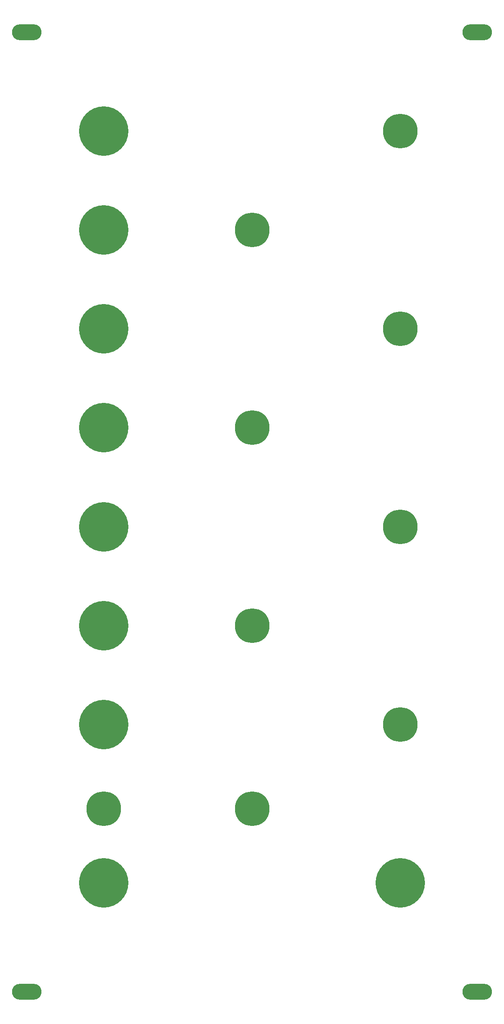
<source format=gbr>
%TF.GenerationSoftware,KiCad,Pcbnew,5.1.10-88a1d61d58~90~ubuntu20.04.1*%
%TF.CreationDate,2021-08-07T10:44:01-04:00*%
%TF.ProjectId,waveshaper_panel_al,77617665-7368-4617-9065-725f70616e65,rev?*%
%TF.SameCoordinates,Original*%
%TF.FileFunction,Soldermask,Top*%
%TF.FilePolarity,Negative*%
%FSLAX46Y46*%
G04 Gerber Fmt 4.6, Leading zero omitted, Abs format (unit mm)*
G04 Created by KiCad (PCBNEW 5.1.10-88a1d61d58~90~ubuntu20.04.1) date 2021-08-07 10:44:01*
%MOMM*%
%LPD*%
G01*
G04 APERTURE LIST*
%ADD10O,6.000000X3.200000*%
%ADD11C,7.000000*%
%ADD12C,10.000000*%
G04 APERTURE END LIST*
D10*
%TO.C,H22*%
X145600000Y-197000000D03*
%TD*%
D11*
%TO.C,H21*%
X100000000Y-83000000D03*
%TD*%
D12*
%TO.C,H20*%
X70000000Y-83000000D03*
%TD*%
D10*
%TO.C,H19*%
X54400000Y-197000000D03*
%TD*%
D11*
%TO.C,H18*%
X130000000Y-143000000D03*
%TD*%
%TO.C,H17*%
X130000000Y-63000000D03*
%TD*%
D12*
%TO.C,H16*%
X70000000Y-143000000D03*
%TD*%
%TO.C,H15*%
X70000000Y-63000000D03*
%TD*%
D10*
%TO.C,H14*%
X145600000Y-3000000D03*
%TD*%
D12*
%TO.C,H13*%
X130000000Y-175000000D03*
%TD*%
D11*
%TO.C,H12*%
X100000000Y-160000000D03*
%TD*%
%TO.C,H11*%
X100000000Y-123000000D03*
%TD*%
%TO.C,H10*%
X100000000Y-43000000D03*
%TD*%
D12*
%TO.C,H9*%
X70000000Y-123000000D03*
%TD*%
%TO.C,H8*%
X70000000Y-43000000D03*
%TD*%
D10*
%TO.C,H7*%
X54400000Y-3000000D03*
%TD*%
D12*
%TO.C,H6*%
X70000000Y-175000000D03*
%TD*%
D11*
%TO.C,H5*%
X70000000Y-160000000D03*
%TD*%
%TO.C,H4*%
X130000000Y-103000000D03*
%TD*%
%TO.C,H3*%
X130000000Y-23000000D03*
%TD*%
D12*
%TO.C,H2*%
X70000000Y-103000000D03*
%TD*%
%TO.C,H1*%
X70000000Y-23000000D03*
%TD*%
M02*

</source>
